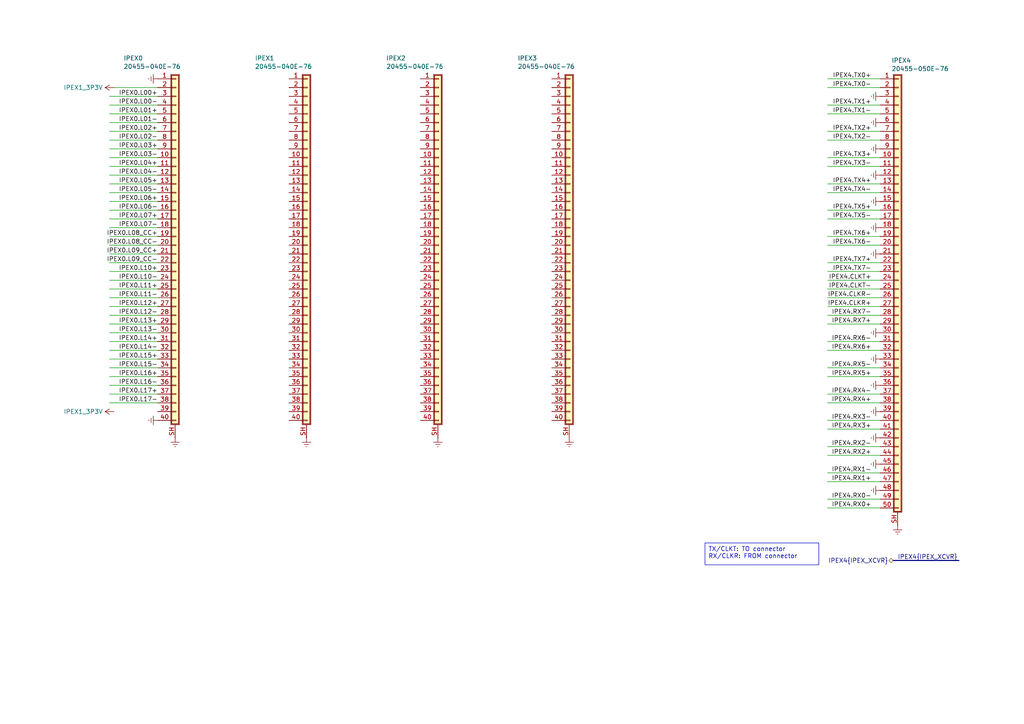
<source format=kicad_sch>
(kicad_sch (version 20231120) (generator "eeschema") (generator_version "8.0")
  (paper "A4")
  (lib_symbols
    (symbol "Connector_Generic_Shielded:Conn_01x40_Shielded" (pin_names (offset 1.016) hide)
      (property "Reference" "J" (at 0.254 50.546 0))
      (property "Value" "Conn_01x40_Shielded" (at 1.016 -53.086 0))
      (symbol "Conn_01x40_Shielded_1_1"
        (rectangle (start -1.27 49.53) (end 1.27 -52.07) (stroke (width 0.1524)))
        (rectangle (start -1.016 -50.673) (end 0.254 -50.927) (stroke (width 0.1524)))
        (rectangle (start -1.016 -48.133) (end 0.254 -48.387) (stroke (width 0.1524)))
        (rectangle (start -1.016 -45.593) (end 0.254 -45.847) (stroke (width 0.1524)))
        (rectangle (start -1.016 -43.053) (end 0.254 -43.307) (stroke (width 0.1524)))
        (rectangle (start -1.016 -40.513) (end 0.254 -40.767) (stroke (width 0.1524)))
        (rectangle (start -1.016 -37.973) (end 0.254 -38.227) (stroke (width 0.1524)))
        (rectangle (start -1.016 -35.433) (end 0.254 -35.687) (stroke (width 0.1524)))
        (rectangle (start -1.016 -32.893) (end 0.254 -33.147) (stroke (width 0.1524)))
        (rectangle (start -1.016 -30.353) (end 0.254 -30.607) (stroke (width 0.1524)))
        (rectangle (start -1.016 -27.813) (end 0.254 -28.067) (stroke (width 0.1524)))
        (rectangle (start -1.016 -25.273) (end 0.254 -25.527) (stroke (width 0.1524)))
        (rectangle (start -1.016 -22.733) (end 0.254 -22.987) (stroke (width 0.1524)))
        (rectangle (start -1.016 -20.193) (end 0.254 -20.447) (stroke (width 0.1524)))
        (rectangle (start -1.016 -17.653) (end 0.254 -17.907) (stroke (width 0.1524)))
        (rectangle (start -1.016 -15.113) (end 0.254 -15.367) (stroke (width 0.1524)))
        (rectangle (start -1.016 -12.573) (end 0.254 -12.827) (stroke (width 0.1524)))
        (rectangle (start -1.016 -10.033) (end 0.254 -10.287) (stroke (width 0.1524)))
        (rectangle (start -1.016 -7.493) (end 0.254 -7.747) (stroke (width 0.1524)))
        (rectangle (start -1.016 -4.953) (end 0.254 -5.207) (stroke (width 0.1524)))
        (rectangle (start -1.016 -2.413) (end 0.254 -2.667) (stroke (width 0.1524)))
        (rectangle (start -1.016 0.127) (end 0.254 -0.127) (stroke (width 0.1524)))
        (rectangle (start -1.016 2.667) (end 0.254 2.413) (stroke (width 0.1524)))
        (rectangle (start -1.016 5.207) (end 0.254 4.953) (stroke (width 0.1524)))
        (rectangle (start -1.016 7.747) (end 0.254 7.493) (stroke (width 0.1524)))
        (rectangle (start -1.016 10.287) (end 0.254 10.033) (stroke (width 0.1524)))
        (rectangle (start -1.016 12.827) (end 0.254 12.573) (stroke (width 0.1524)))
        (rectangle (start -1.016 15.367) (end 0.254 15.113) (stroke (width 0.1524)))
        (rectangle (start -1.016 17.907) (end 0.254 17.653) (stroke (width 0.1524)))
        (rectangle (start -1.016 20.447) (end 0.254 20.193) (stroke (width 0.1524)))
        (rectangle (start -1.016 22.987) (end 0.254 22.733) (stroke (width 0.1524)))
        (rectangle (start -1.016 25.527) (end 0.254 25.273) (stroke (width 0.1524)))
        (rectangle (start -1.016 28.067) (end 0.254 27.813) (stroke (width 0.1524)))
        (rectangle (start -1.016 30.607) (end 0.254 30.353) (stroke (width 0.1524)))
        (rectangle (start -1.016 33.147) (end 0.254 32.893) (stroke (width 0.1524)))
        (rectangle (start -1.016 35.687) (end 0.254 35.433) (stroke (width 0.1524)))
        (rectangle (start -1.016 38.227) (end 0.254 37.973) (stroke (width 0.1524)))
        (rectangle (start -1.016 40.767) (end 0.254 40.513) (stroke (width 0.1524)))
        (rectangle (start -1.016 43.307) (end 0.254 43.053) (stroke (width 0.1524)))
        (rectangle (start -1.016 45.847) (end 0.254 45.593) (stroke (width 0.1524)))
        (rectangle (start -1.016 48.387) (end 0.254 48.133) (stroke (width 0.1524)))
        (rectangle (start -1.016 49.276) (end 1.016 -51.816) (stroke (width 0.254)) (fill (type background)))
        (pin passive line (at -5.08 48.26 0) (length 4.064) (name "Pin_1") (number "1"))
        (pin passive line (at -5.08 25.4 0) (length 4.064) (name "Pin_10") (number "10"))
        (pin passive line (at -5.08 22.86 0) (length 4.064) (name "Pin_11") (number "11"))
        (pin passive line (at -5.08 20.32 0) (length 4.064) (name "Pin_12") (number "12"))
        (pin passive line (at -5.08 17.78 0) (length 4.064) (name "Pin_13") (number "13"))
        (pin passive line (at -5.08 15.24 0) (length 4.064) (name "Pin_14") (number "14"))
        (pin passive line (at -5.08 12.7 0) (length 4.064) (name "Pin_15") (number "15"))
        (pin passive line (at -5.08 10.16 0) (length 4.064) (name "Pin_16") (number "16"))
        (pin passive line (at -5.08 7.62 0) (length 4.064) (name "Pin_17") (number "17"))
        (pin passive line (at -5.08 5.08 0) (length 4.064) (name "Pin_18") (number "18"))
        (pin passive line (at -5.08 2.54 0) (length 4.064) (name "Pin_19") (number "19"))
        (pin passive line (at -5.08 45.72 0) (length 4.064) (name "Pin_2") (number "2"))
        (pin passive line (at -5.08 0 0) (length 4.064) (name "Pin_20") (number "20"))
        (pin passive line (at -5.08 -2.54 0) (length 4.064) (name "Pin_21") (number "21"))
        (pin passive line (at -5.08 -5.08 0) (length 4.064) (name "Pin_22") (number "22"))
        (pin passive line (at -5.08 -7.62 0) (length 4.064) (name "Pin_23") (number "23"))
        (pin passive line (at -5.08 -10.16 0) (length 4.064) (name "Pin_24") (number "24"))
        (pin passive line (at -5.08 -12.7 0) (length 4.064) (name "Pin_25") (number "25"))
        (pin passive line (at -5.08 -15.24 0) (length 4.064) (name "Pin_26") (number "26"))
        (pin passive line (at -5.08 -17.78 0) (length 4.064) (name "Pin_27") (number "27"))
        (pin passive line (at -5.08 -20.32 0) (length 4.064) (name "Pin_28") (number "28"))
        (pin passive line (at -5.08 -22.86 0) (length 4.064) (name "Pin_29") (number "29"))
        (pin passive line (at -5.08 43.18 0) (length 4.064) (name "Pin_3") (number "3"))
        (pin passive line (at -5.08 -25.4 0) (length 4.064) (name "Pin_30") (number "30"))
        (pin passive line (at -5.08 -27.94 0) (length 4.064) (name "Pin_31") (number "31"))
        (pin passive line (at -5.08 -30.48 0) (length 4.064) (name "Pin_32") (number "32"))
        (pin passive line (at -5.08 -33.02 0) (length 4.064) (name "Pin_33") (number "33"))
        (pin passive line (at -5.08 -35.56 0) (length 4.064) (name "Pin_34") (number "34"))
        (pin passive line (at -5.08 -38.1 0) (length 4.064) (name "Pin_35") (number "35"))
        (pin passive line (at -5.08 -40.64 0) (length 4.064) (name "Pin_36") (number "36"))
        (pin passive line (at -5.08 -43.18 0) (length 4.064) (name "Pin_37") (number "37"))
        (pin passive line (at -5.08 -45.72 0) (length 4.064) (name "Pin_38") (number "38"))
        (pin passive line (at -5.08 -48.26 0) (length 4.064) (name "Pin_39") (number "39"))
        (pin passive line (at -5.08 40.64 0) (length 4.064) (name "Pin_4") (number "4"))
        (pin passive line (at -5.08 -50.8 0) (length 4.064) (name "Pin_40") (number "40"))
        (pin passive line (at -5.08 38.1 0) (length 4.064) (name "Pin_5") (number "5"))
        (pin passive line (at -5.08 35.56 0) (length 4.064) (name "Pin_6") (number "6"))
        (pin passive line (at -5.08 33.02 0) (length 4.064) (name "Pin_7") (number "7"))
        (pin passive line (at -5.08 30.48 0) (length 4.064) (name "Pin_8") (number "8"))
        (pin passive line (at -5.08 27.94 0) (length 4.064) (name "Pin_9") (number "9"))
        (pin passive line (at 0 -55.88 90) (length 3.81) (name "Shield") (number "SH"))
      )
    )
    (symbol "Connector_Generic_Shielded:Conn_01x50_Shielded" (pin_names (offset 1.016) hide)
      (property "Reference" "J" (at 0.254 63.246 0))
      (property "Value" "Conn_01x50_Shielded" (at 1.016 -65.786 0))
      (symbol "Conn_01x50_Shielded_1_1"
        (rectangle (start -1.27 62.23) (end 1.27 -64.77) (stroke (width 0.1524)))
        (rectangle (start -1.016 -63.373) (end 0.254 -63.627) (stroke (width 0.1524)))
        (rectangle (start -1.016 -60.833) (end 0.254 -61.087) (stroke (width 0.1524)))
        (rectangle (start -1.016 -58.293) (end 0.254 -58.547) (stroke (width 0.1524)))
        (rectangle (start -1.016 -55.753) (end 0.254 -56.007) (stroke (width 0.1524)))
        (rectangle (start -1.016 -53.213) (end 0.254 -53.467) (stroke (width 0.1524)))
        (rectangle (start -1.016 -50.673) (end 0.254 -50.927) (stroke (width 0.1524)))
        (rectangle (start -1.016 -48.133) (end 0.254 -48.387) (stroke (width 0.1524)))
        (rectangle (start -1.016 -45.593) (end 0.254 -45.847) (stroke (width 0.1524)))
        (rectangle (start -1.016 -43.053) (end 0.254 -43.307) (stroke (width 0.1524)))
        (rectangle (start -1.016 -40.513) (end 0.254 -40.767) (stroke (width 0.1524)))
        (rectangle (start -1.016 -37.973) (end 0.254 -38.227) (stroke (width 0.1524)))
        (rectangle (start -1.016 -35.433) (end 0.254 -35.687) (stroke (width 0.1524)))
        (rectangle (start -1.016 -32.893) (end 0.254 -33.147) (stroke (width 0.1524)))
        (rectangle (start -1.016 -30.353) (end 0.254 -30.607) (stroke (width 0.1524)))
        (rectangle (start -1.016 -27.813) (end 0.254 -28.067) (stroke (width 0.1524)))
        (rectangle (start -1.016 -25.273) (end 0.254 -25.527) (stroke (width 0.1524)))
        (rectangle (start -1.016 -22.733) (end 0.254 -22.987) (stroke (width 0.1524)))
        (rectangle (start -1.016 -20.193) (end 0.254 -20.447) (stroke (width 0.1524)))
        (rectangle (start -1.016 -17.653) (end 0.254 -17.907) (stroke (width 0.1524)))
        (rectangle (start -1.016 -15.113) (end 0.254 -15.367) (stroke (width 0.1524)))
        (rectangle (start -1.016 -12.573) (end 0.254 -12.827) (stroke (width 0.1524)))
        (rectangle (start -1.016 -10.033) (end 0.254 -10.287) (stroke (width 0.1524)))
        (rectangle (start -1.016 -7.493) (end 0.254 -7.747) (stroke (width 0.1524)))
        (rectangle (start -1.016 -4.953) (end 0.254 -5.207) (stroke (width 0.1524)))
        (rectangle (start -1.016 -2.413) (end 0.254 -2.667) (stroke (width 0.1524)))
        (rectangle (start -1.016 0.127) (end 0.254 -0.127) (stroke (width 0.1524)))
        (rectangle (start -1.016 2.667) (end 0.254 2.413) (stroke (width 0.1524)))
        (rectangle (start -1.016 5.207) (end 0.254 4.953) (stroke (width 0.1524)))
        (rectangle (start -1.016 7.747) (end 0.254 7.493) (stroke (width 0.1524)))
        (rectangle (start -1.016 10.287) (end 0.254 10.033) (stroke (width 0.1524)))
        (rectangle (start -1.016 12.827) (end 0.254 12.573) (stroke (width 0.1524)))
        (rectangle (start -1.016 15.367) (end 0.254 15.113) (stroke (width 0.1524)))
        (rectangle (start -1.016 17.907) (end 0.254 17.653) (stroke (width 0.1524)))
        (rectangle (start -1.016 20.447) (end 0.254 20.193) (stroke (width 0.1524)))
        (rectangle (start -1.016 22.987) (end 0.254 22.733) (stroke (width 0.1524)))
        (rectangle (start -1.016 25.527) (end 0.254 25.273) (stroke (width 0.1524)))
        (rectangle (start -1.016 28.067) (end 0.254 27.813) (stroke (width 0.1524)))
        (rectangle (start -1.016 30.607) (end 0.254 30.353) (stroke (width 0.1524)))
        (rectangle (start -1.016 33.147) (end 0.254 32.893) (stroke (width 0.1524)))
        (rectangle (start -1.016 35.687) (end 0.254 35.433) (stroke (width 0.1524)))
        (rectangle (start -1.016 38.227) (end 0.254 37.973) (stroke (width 0.1524)))
        (rectangle (start -1.016 40.767) (end 0.254 40.513) (stroke (width 0.1524)))
        (rectangle (start -1.016 43.307) (end 0.254 43.053) (stroke (width 0.1524)))
        (rectangle (start -1.016 45.847) (end 0.254 45.593) (stroke (width 0.1524)))
        (rectangle (start -1.016 48.387) (end 0.254 48.133) (stroke (width 0.1524)))
        (rectangle (start -1.016 50.927) (end 0.254 50.673) (stroke (width 0.1524)))
        (rectangle (start -1.016 53.467) (end 0.254 53.213) (stroke (width 0.1524)))
        (rectangle (start -1.016 56.007) (end 0.254 55.753) (stroke (width 0.1524)))
        (rectangle (start -1.016 58.547) (end 0.254 58.293) (stroke (width 0.1524)))
        (rectangle (start -1.016 61.087) (end 0.254 60.833) (stroke (width 0.1524)))
        (rectangle (start -1.016 61.976) (end 1.016 -64.516) (stroke (width 0.254)) (fill (type background)))
        (pin passive line (at -5.08 60.96 0) (length 4.064) (name "Pin_1") (number "1"))
        (pin passive line (at -5.08 38.1 0) (length 4.064) (name "Pin_10") (number "10"))
        (pin passive line (at -5.08 35.56 0) (length 4.064) (name "Pin_11") (number "11"))
        (pin passive line (at -5.08 33.02 0) (length 4.064) (name "Pin_12") (number "12"))
        (pin passive line (at -5.08 30.48 0) (length 4.064) (name "Pin_13") (number "13"))
        (pin passive line (at -5.08 27.94 0) (length 4.064) (name "Pin_14") (number "14"))
        (pin passive line (at -5.08 25.4 0) (length 4.064) (name "Pin_15") (number "15"))
        (pin passive line (at -5.08 22.86 0) (length 4.064) (name "Pin_16") (number "16"))
        (pin passive line (at -5.08 20.32 0) (length 4.064) (name "Pin_17") (number "17"))
        (pin passive line (at -5.08 17.78 0) (length 4.064) (name "Pin_18") (number "18"))
        (pin passive line (at -5.08 15.24 0) (length 4.064) (name "Pin_19") (number "19"))
        (pin passive line (at -5.08 58.42 0) (length 4.064) (name "Pin_2") (number "2"))
        (pin passive line (at -5.08 12.7 0) (length 4.064) (name "Pin_20") (number "20"))
        (pin passive line (at -5.08 10.16 0) (length 4.064) (name "Pin_21") (number "21"))
        (pin passive line (at -5.08 7.62 0) (length 4.064) (name "Pin_22") (number "22"))
        (pin passive line (at -5.08 5.08 0) (length 4.064) (name "Pin_23") (number "23"))
        (pin passive line (at -5.08 2.54 0) (length 4.064) (name "Pin_24") (number "24"))
        (pin passive line (at -5.08 0 0) (length 4.064) (name "Pin_25") (number "25"))
        (pin passive line (at -5.08 -2.54 0) (length 4.064) (name "Pin_26") (number "26"))
        (pin passive line (at -5.08 -5.08 0) (length 4.064) (name "Pin_27") (number "27"))
        (pin passive line (at -5.08 -7.62 0) (length 4.064) (name "Pin_28") (number "28"))
        (pin passive line (at -5.08 -10.16 0) (length 4.064) (name "Pin_29") (number "29"))
        (pin passive line (at -5.08 55.88 0) (length 4.064) (name "Pin_3") (number "3"))
        (pin passive line (at -5.08 -12.7 0) (length 4.064) (name "Pin_30") (number "30"))
        (pin passive line (at -5.08 -15.24 0) (length 4.064) (name "Pin_31") (number "31"))
        (pin passive line (at -5.08 -17.78 0) (length 4.064) (name "Pin_32") (number "32"))
        (pin passive line (at -5.08 -20.32 0) (length 4.064) (name "Pin_33") (number "33"))
        (pin passive line (at -5.08 -22.86 0) (length 4.064) (name "Pin_34") (number "34"))
        (pin passive line (at -5.08 -25.4 0) (length 4.064) (name "Pin_35") (number "35"))
        (pin passive line (at -5.08 -27.94 0) (length 4.064) (name "Pin_36") (number "36"))
        (pin passive line (at -5.08 -30.48 0) (length 4.064) (name "Pin_37") (number "37"))
        (pin passive line (at -5.08 -33.02 0) (length 4.064) (name "Pin_38") (number "38"))
        (pin passive line (at -5.08 -35.56 0) (length 4.064) (name "Pin_39") (number "39"))
        (pin passive line (at -5.08 53.34 0) (length 4.064) (name "Pin_4") (number "4"))
        (pin passive line (at -5.08 -38.1 0) (length 4.064) (name "Pin_40") (number "40"))
        (pin passive line (at -5.08 -40.64 0) (length 4.064) (name "Pin_41") (number "41"))
        (pin passive line (at -5.08 -43.18 0) (length 4.064) (name "Pin_42") (number "42"))
        (pin passive line (at -5.08 -45.72 0) (length 4.064) (name "Pin_43") (number "43"))
        (pin passive line (at -5.08 -48.26 0) (length 4.064) (name "Pin_44") (number "44"))
        (pin passive line (at -5.08 -50.8 0) (length 4.064) (name "Pin_45") (number "45"))
        (pin passive line (at -5.08 -53.34 0) (length 4.064) (name "Pin_46") (number "46"))
        (pin passive line (at -5.08 -55.88 0) (length 4.064) (name "Pin_47") (number "47"))
        (pin passive line (at -5.08 -58.42 0) (length 4.064) (name "Pin_48") (number "48"))
        (pin passive line (at -5.08 -60.96 0) (length 4.064) (name "Pin_49") (number "49"))
        (pin passive line (at -5.08 50.8 0) (length 4.064) (name "Pin_5") (number "5"))
        (pin passive line (at -5.08 -63.5 0) (length 4.064) (name "Pin_50") (number "50"))
        (pin passive line (at -5.08 48.26 0) (length 4.064) (name "Pin_6") (number "6"))
        (pin passive line (at -5.08 45.72 0) (length 4.064) (name "Pin_7") (number "7"))
        (pin passive line (at -5.08 43.18 0) (length 4.064) (name "Pin_8") (number "8"))
        (pin passive line (at -5.08 40.64 0) (length 4.064) (name "Pin_9") (number "9"))
        (pin passive line (at 0 -68.58 90) (length 3.81) (name "Shield") (number "SH"))
      )
    )
    (symbol "power:+12V" (power) (pin_numbers hide) (pin_names (offset 0) hide)
      (property "Value" "+12V" (at 0 3.556 0))
      (symbol "+12V_0_1"
        (polyline (pts (xy -0.762 1.27) (xy 0 2.54)))
        (polyline (pts (xy 0 0) (xy 0 2.54)))
        (polyline (pts (xy 0 2.54) (xy 0.762 1.27)))
      )
      (symbol "+12V_1_1"
        (pin power_in line (at 0 0 90) (length 0) (name "~") (number "1"))
      )
    )
    (symbol "power:Earth" (power) (pin_numbers hide) (pin_names (offset 0) hide)
      (property "Value" "Earth" (at 0 -3.81 0))
      (symbol "Earth_0_1"
        (polyline (pts (xy -0.635 -1.905) (xy 0.635 -1.905)))
        (polyline (pts (xy -0.127 -2.54) (xy 0.127 -2.54)))
        (polyline (pts (xy 0 -1.27) (xy 0 0)))
        (polyline (pts (xy 1.27 -1.27) (xy -1.27 -1.27)))
      )
      (symbol "Earth_1_1"
        (pin power_in line (at 0 0 270) (length 0) (name "~") (number "1"))
      )
    )
  )
  (wire (pts (xy 240.03 116.84) (xy 255.27 116.84)))
  (wire (pts (xy 240.03 129.54) (xy 255.27 129.54)))
  (wire (pts (xy 240.03 38.1) (xy 255.27 38.1)))
  (wire (pts (xy 31.75 88.9) (xy 45.72 88.9)))
  (wire (pts (xy 31.75 60.96) (xy 45.72 60.96)))
  (wire (pts (xy 31.75 40.64) (xy 45.72 40.64)))
  (wire (pts (xy 31.75 91.44) (xy 45.72 91.44)))
  (wire (pts (xy 31.75 30.48) (xy 45.72 30.48)))
  (wire (pts (xy 240.03 68.58) (xy 255.27 68.58)))
  (wire (pts (xy 240.03 63.5) (xy 255.27 63.5)))
  (wire (pts (xy 31.75 73.66) (xy 45.72 73.66)))
  (wire (pts (xy 240.03 109.22) (xy 255.27 109.22)))
  (wire (pts (xy 31.75 78.74) (xy 45.72 78.74)))
  (wire (pts (xy 31.75 81.28) (xy 45.72 81.28)))
  (wire (pts (xy 240.03 86.36) (xy 255.27 86.36)))
  (wire (pts (xy 31.75 45.72) (xy 45.72 45.72)))
  (wire (pts (xy 31.75 50.8) (xy 45.72 50.8)))
  (wire (pts (xy 31.75 27.94) (xy 45.72 27.94)))
  (wire (pts (xy 240.03 60.96) (xy 255.27 60.96)))
  (wire (pts (xy 240.03 53.34) (xy 255.27 53.34)))
  (wire (pts (xy 31.75 114.3) (xy 45.72 114.3)))
  (wire (pts (xy 31.75 116.84) (xy 45.72 116.84)))
  (wire (pts (xy 31.75 53.34) (xy 45.72 53.34)))
  (wire (pts (xy 240.03 40.64) (xy 255.27 40.64)))
  (wire (pts (xy 240.03 139.7) (xy 255.27 139.7)))
  (wire (pts (xy 240.03 55.88) (xy 255.27 55.88)))
  (wire (pts (xy 31.75 35.56) (xy 45.72 35.56)))
  (wire (pts (xy 240.03 101.6) (xy 255.27 101.6)))
  (wire (pts (xy 31.75 38.1) (xy 45.72 38.1)))
  (wire (pts (xy 240.03 88.9) (xy 255.27 88.9)))
  (wire (pts (xy 31.75 48.26) (xy 45.72 48.26)))
  (wire (pts (xy 31.75 111.76) (xy 45.72 111.76)))
  (wire (pts (xy 240.03 124.46) (xy 255.27 124.46)))
  (wire (pts (xy 240.03 114.3) (xy 255.27 114.3)))
  (wire (pts (xy 31.75 83.82) (xy 45.72 83.82)))
  (wire (pts (xy 31.75 76.2) (xy 45.72 76.2)))
  (wire (pts (xy 240.03 48.26) (xy 255.27 48.26)))
  (wire (pts (xy 240.03 30.48) (xy 255.27 30.48)))
  (wire (pts (xy 240.03 121.92) (xy 255.27 121.92)))
  (wire (pts (xy 240.03 147.32) (xy 255.27 147.32)))
  (wire (pts (xy 31.75 43.18) (xy 45.72 43.18)))
  (wire (pts (xy 31.75 68.58) (xy 45.72 68.58)))
  (wire (pts (xy 240.03 99.06) (xy 255.27 99.06)))
  (wire (pts (xy 240.03 33.02) (xy 255.27 33.02)))
  (wire (pts (xy 240.03 76.2) (xy 255.27 76.2)))
  (wire (pts (xy 31.75 106.68) (xy 45.72 106.68)))
  (wire (pts (xy 31.75 101.6) (xy 45.72 101.6)))
  (wire (pts (xy 31.75 96.52) (xy 45.72 96.52)))
  (wire (pts (xy 31.75 109.22) (xy 45.72 109.22)))
  (wire (pts (xy 240.03 144.78) (xy 255.27 144.78)))
  (wire (pts (xy 31.75 99.06) (xy 45.72 99.06)))
  (wire (pts (xy 240.03 78.74) (xy 255.27 78.74)))
  (wire (pts (xy 31.75 33.02) (xy 45.72 33.02)))
  (wire (pts (xy 240.03 106.68) (xy 255.27 106.68)))
  (wire (pts (xy 240.03 45.72) (xy 255.27 45.72)))
  (wire (pts (xy 31.75 104.14) (xy 45.72 104.14)))
  (wire (pts (xy 240.03 83.82) (xy 255.27 83.82)))
  (wire (pts (xy 31.75 58.42) (xy 45.72 58.42)))
  (wire (pts (xy 31.75 55.88) (xy 45.72 55.88)))
  (wire (pts (xy 31.75 86.36) (xy 45.72 86.36)))
  (wire (pts (xy 240.03 71.12) (xy 255.27 71.12)))
  (wire (pts (xy 240.03 132.08) (xy 255.27 132.08)))
  (wire (pts (xy 240.03 137.16) (xy 255.27 137.16)))
  (bus (pts (xy 259.08 162.56) (xy 278.13 162.56)))
  (wire (pts (xy 31.75 63.5) (xy 45.72 63.5)))
  (wire (pts (xy 31.75 66.04) (xy 45.72 66.04)))
  (wire (pts (xy 240.03 93.98) (xy 255.27 93.98)))
  (wire (pts (xy 240.03 81.28) (xy 255.27 81.28)))
  (wire (pts (xy 240.03 22.86) (xy 255.27 22.86)))
  (wire (pts (xy 31.75 71.12) (xy 45.72 71.12)))
  (wire (pts (xy 240.03 91.44) (xy 255.27 91.44)))
  (wire (pts (xy 31.75 93.98) (xy 45.72 93.98)))
  (wire (pts (xy 33.02 25.4) (xy 45.72 25.4)))
  (wire (pts (xy 240.03 25.4) (xy 255.27 25.4)))
  (text_box "TX/CLKT: TO connector\nRX/CLKR: FROM connector" (at 204.47 157.48 0) (size 33.02 6.35) (effects (font (size 1.27 1.27)) (justify left top)))
  (label "IPEX0.L14+" (at 45.72 99.06 180))
  (label "IPEX4.RX0+" (at 252.73 147.32 180))
  (label "IPEX0.L00-" (at 45.72 30.48 180))
  (label "IPEX0.L11-" (at 45.72 86.36 180))
  (label "IPEX4.TX3-" (at 252.73 48.26 180))
  (label "IPEX0.L01-" (at 45.72 35.56 180))
  (label "IPEX0.L10-" (at 45.72 81.28 180))
  (label "IPEX4.RX2-" (at 252.73 129.54 180))
  (label "IPEX0.L06-" (at 45.72 60.96 180))
  (label "IPEX4.TX4-" (at 252.73 55.88 180))
  (label "IPEX4.CLKR+" (at 252.73 88.9 180))
  (label "IPEX0.L16-" (at 45.72 111.76 180))
  (label "IPEX0.L15-" (at 45.72 106.68 180))
  (label "IPEX0.L12+" (at 45.72 88.9 180))
  (label "IPEX0.L00+" (at 45.72 27.94 180))
  (label "IPEX4.TX1-" (at 252.73 33.02 180))
  (label "IPEX4.RX6-" (at 252.73 99.06 180))
  (label "IPEX4.RX3+" (at 252.73 124.46 180))
  (label "IPEX4.RX3-" (at 252.73 121.92 180))
  (label "IPEX4.RX5+" (at 252.73 109.22 180))
  (label "IPEX0.L16+" (at 45.72 109.22 180))
  (label "IPEX4.TX0+" (at 252.73 22.86 180))
  (label "IPEX0.L07-" (at 45.72 66.04 180))
  (label "IPEX0.L12-" (at 45.72 91.44 180))
  (label "IPEX0.L02-" (at 45.72 40.64 180))
  (label "IPEX0.L05+" (at 45.72 53.34 180))
  (label "IPEX4.TX2+" (at 252.73 38.1 180))
  (label "IPEX4{IPEX_XCVR}" (at 260.35 162.56 0))
  (label "IPEX0.L03+" (at 45.72 43.18 180))
  (label "IPEX0.L17+" (at 45.72 114.3 180))
  (label "IPEX0.L14-" (at 45.72 101.6 180))
  (label "IPEX0.L13-" (at 45.72 96.52 180))
  (label "IPEX0.L04+" (at 45.72 48.26 180))
  (label "IPEX0.L06+" (at 45.72 58.42 180))
  (label "IPEX4.CLKT+" (at 252.73 81.28 180))
  (label "IPEX4.RX7-" (at 252.73 91.44 180))
  (label "IPEX0.L15+" (at 45.72 104.14 180))
  (label "IPEX0.L01+" (at 45.72 33.02 180))
  (label "IPEX0.L03-" (at 45.72 45.72 180))
  (label "IPEX4.RX1+" (at 252.73 139.7 180))
  (label "IPEX0.L10+" (at 45.72 78.74 180))
  (label "IPEX4.TX6-" (at 252.73 71.12 180))
  (label "IPEX4.TX7+" (at 252.73 76.2 180))
  (label "IPEX4.TX6+" (at 252.73 68.58 180))
  (label "IPEX4.TX1+" (at 252.73 30.48 180))
  (label "IPEX4.TX5-" (at 252.73 63.5 180))
  (label "IPEX4.RX5-" (at 252.73 106.68 180))
  (label "IPEX4.RX1-" (at 252.73 137.16 180))
  (label "IPEX0.L17-" (at 45.72 116.84 180))
  (label "IPEX4.RX7+" (at 252.73 93.98 180))
  (label "IPEX0.L09_CC-" (at 45.72 76.2 180))
  (label "IPEX0.L09_CC+" (at 45.72 73.66 180))
  (label "IPEX0.L08_CC-" (at 45.72 71.12 180))
  (label "IPEX0.L07+" (at 45.72 63.5 180))
  (label "IPEX0.L13+" (at 45.72 93.98 180))
  (label "IPEX4.TX4+" (at 252.73 53.34 180))
  (label "IPEX0.L08_CC+" (at 45.72 68.58 180))
  (label "IPEX0.L04-" (at 45.72 50.8 180))
  (label "IPEX4.RX4-" (at 252.73 114.3 180))
  (label "IPEX4.RX0-" (at 252.73 144.78 180))
  (label "IPEX4.TX5+" (at 252.73 60.96 180))
  (label "IPEX0.L05-" (at 45.72 55.88 180))
  (label "IPEX4.RX2+" (at 252.73 132.08 180))
  (label "IPEX4.TX7-" (at 252.73 78.74 180))
  (label "IPEX0.L11+" (at 45.72 83.82 180))
  (label "IPEX4.RX6+" (at 252.73 101.6 180))
  (label "IPEX0.L02+" (at 45.72 38.1 180))
  (label "IPEX4.TX0-" (at 252.73 25.4 180))
  (label "IPEX4.RX4+" (at 252.73 116.84 180))
  (label "IPEX4.TX2-" (at 252.73 40.64 180))
  (label "IPEX4.TX3+" (at 252.73 45.72 180))
  (label "IPEX4.CLKR-" (at 252.73 86.36 180))
  (label "IPEX4.CLKT-" (at 252.73 83.82 180))
  (hierarchical_label "IPEX4{IPEX_XCVR}" (shape bidirectional) (at 259.08 162.56 180))
  (symbol (lib_id "power:Earth") (at 255.27 27.94 270) (mirror x) (unit 1)
    (property "Reference" "#PWR0497" (effects (hide yes)))
    (property "Value" "Earth" (effects (hide yes)))
    (property "Description" "Power symbol creates a global label with name \"Earth\"" (effects (hide yes)))
  )
  (symbol (lib_id "power:+12V") (at 33.02 119.38 90) (unit 1)
    (property "Reference" "#PWR0481" (effects (hide yes)))
    (property "Value" "IPEX1_3P3V" (at 29.8451 119.38 90) (effects (justify left)))
    (property "Description" "Power symbol creates a global label with name \"+12V\"" (effects (hide yes)))
  )
  (symbol (lib_id "Connector_Generic_Shielded:Conn_01x40_Shielded") (at 88.9 71.12 0) (unit 1)
    (property "Reference" "IPEX1" (at 73.914 16.8797 0) (effects (justify left)))
    (property "Value" "20455-040E-76" (at 73.914 19.304 0) (effects (justify left)))
    (property "Footprint" "CHIPSAlliance_Connector:I-PEX_20455-040E-76" (effects (hide yes)))
    (property "Datasheet" "https://www.i-pex.com/sites/default/files/downloads/pdf/2D_CABLINE-VS_RECEPTACLE_20455C31.pdf" (effects (hide yes)))
    (property "Description" "VESA standard connector, Suitable for high-data-rate transfer (20 Gbps/lane), Mechanical locking bar, 0.5 mm pitch, Horizontal mating type micro-coaxial connector " (effects (hide yes)))
  )
  (symbol (lib_id "power:Earth") (at 255.27 66.04 270) (mirror x) (unit 1)
    (property "Reference" "#PWR0492" (effects (hide yes)))
    (property "Value" "Earth" (effects (hide yes)))
    (property "Description" "Power symbol creates a global label with name \"Earth\"" (effects (hide yes)))
  )
  (symbol (lib_id "power:Earth") (at 255.27 127 270) (mirror x) (unit 1)
    (property "Reference" "#PWR0484" (effects (hide yes)))
    (property "Value" "Earth" (effects (hide yes)))
    (property "Description" "Power symbol creates a global label with name \"Earth\"" (effects (hide yes)))
  )
  (symbol (lib_id "power:Earth") (at 255.27 111.76 270) (mirror x) (unit 1)
    (property "Reference" "#PWR0486" (effects (hide yes)))
    (property "Value" "Earth" (effects (hide yes)))
    (property "Description" "Power symbol creates a global label with name \"Earth\"" (effects (hide yes)))
  )
  (symbol (lib_id "power:Earth") (at 255.27 50.8 270) (mirror x) (unit 1)
    (property "Reference" "#PWR0494" (effects (hide yes)))
    (property "Value" "Earth" (effects (hide yes)))
    (property "Description" "Power symbol creates a global label with name \"Earth\"" (effects (hide yes)))
  )
  (symbol (lib_id "Connector_Generic_Shielded:Conn_01x50_Shielded") (at 260.35 83.82 0) (unit 1)
    (property "Reference" "IPEX4" (at 258.572 17.526 0) (effects (justify left)))
    (property "Value" "20455-050E-76" (at 258.572 19.9503 0) (effects (justify left)))
    (property "Footprint" "CHIPSAlliance_Connector:I-PEX_20455-050E-76" (effects (hide yes)))
    (property "Datasheet" "https://www.i-pex.com/sites/default/files/downloads/pdf/2D_CABLINE-VS_RECEPTACLE_20455C31.pdf" (effects (hide yes)))
    (property "Description" "VESA standard connector, Suitable for high-data-rate transfer (20 Gbps/lane), Mechanical locking bar, 0.5 mm pitch, Horizontal mating type micro-coaxial connector " (effects (hide yes)))
  )
  (symbol (lib_id "Connector_Generic_Shielded:Conn_01x40_Shielded") (at 165.1 71.12 0) (unit 1)
    (property "Reference" "IPEX3" (at 150.114 16.8797 0) (effects (justify left)))
    (property "Value" "20455-040E-76" (at 150.114 19.304 0) (effects (justify left)))
    (property "Footprint" "CHIPSAlliance_Connector:I-PEX_20455-040E-76" (effects (hide yes)))
    (property "Datasheet" "https://www.i-pex.com/sites/default/files/downloads/pdf/2D_CABLINE-VS_RECEPTACLE_20455C31.pdf" (effects (hide yes)))
    (property "Description" "VESA standard connector, Suitable for high-data-rate transfer (20 Gbps/lane), Mechanical locking bar, 0.5 mm pitch, Horizontal mating type micro-coaxial connector " (effects (hide yes)))
  )
  (symbol (lib_id "power:Earth") (at 50.8 127 0) (mirror y) (unit 1)
    (property "Reference" "#PWR0162" (effects (hide yes)))
    (property "Value" "Earth" (effects (hide yes)))
    (property "Description" "Power symbol creates a global label with name \"Earth\"" (effects (hide yes)))
  )
  (symbol (lib_id "power:Earth") (at 260.35 152.4 0) (mirror y) (unit 1)
    (property "Reference" "#PWR0476" (effects (hide yes)))
    (property "Value" "Earth" (effects (hide yes)))
    (property "Description" "Power symbol creates a global label with name \"Earth\"" (effects (hide yes)))
  )
  (symbol (lib_id "Connector_Generic_Shielded:Conn_01x40_Shielded") (at 127 71.12 0) (unit 1)
    (property "Reference" "IPEX2" (at 112.014 16.8797 0) (effects (justify left)))
    (property "Value" "20455-040E-76" (at 112.014 19.304 0) (effects (justify left)))
    (property "Footprint" "CHIPSAlliance_Connector:I-PEX_20455-040E-76" (effects (hide yes)))
    (property "Datasheet" "https://www.i-pex.com/sites/default/files/downloads/pdf/2D_CABLINE-VS_RECEPTACLE_20455C31.pdf" (effects (hide yes)))
    (property "Description" "VESA standard connector, Suitable for high-data-rate transfer (20 Gbps/lane), Mechanical locking bar, 0.5 mm pitch, Horizontal mating type micro-coaxial connector " (effects (hide yes)))
  )
  (symbol (lib_id "power:Earth") (at 255.27 96.52 270) (mirror x) (unit 1)
    (property "Reference" "#PWR0488" (effects (hide yes)))
    (property "Value" "Earth" (effects (hide yes)))
    (property "Description" "Power symbol creates a global label with name \"Earth\"" (effects (hide yes)))
  )
  (symbol (lib_id "power:Earth") (at 255.27 104.14 270) (mirror x) (unit 1)
    (property "Reference" "#PWR0487" (effects (hide yes)))
    (property "Value" "Earth" (effects (hide yes)))
    (property "Description" "Power symbol creates a global label with name \"Earth\"" (effects (hide yes)))
  )
  (symbol (lib_id "power:Earth") (at 45.72 121.92 270) (mirror x) (unit 1)
    (property "Reference" "#PWR0478" (effects (hide yes)))
    (property "Value" "Earth" (effects (hide yes)))
    (property "Description" "Power symbol creates a global label with name \"Earth\"" (effects (hide yes)))
  )
  (symbol (lib_id "power:Earth") (at 255.27 35.56 270) (mirror x) (unit 1)
    (property "Reference" "#PWR0496" (effects (hide yes)))
    (property "Value" "Earth" (effects (hide yes)))
    (property "Description" "Power symbol creates a global label with name \"Earth\"" (effects (hide yes)))
  )
  (symbol (lib_id "power:Earth") (at 127 127 0) (mirror y) (unit 1)
    (property "Reference" "#PWR0167" (effects (hide yes)))
    (property "Value" "Earth" (effects (hide yes)))
    (property "Description" "Power symbol creates a global label with name \"Earth\"" (effects (hide yes)))
  )
  (symbol (lib_id "power:Earth") (at 255.27 134.62 270) (mirror x) (unit 1)
    (property "Reference" "#PWR0483" (effects (hide yes)))
    (property "Value" "Earth" (effects (hide yes)))
    (property "Description" "Power symbol creates a global label with name \"Earth\"" (effects (hide yes)))
  )
  (symbol (lib_id "power:Earth") (at 165.1 127 0) (mirror y) (unit 1)
    (property "Reference" "#PWR0475" (effects (hide yes)))
    (property "Value" "Earth" (effects (hide yes)))
    (property "Description" "Power symbol creates a global label with name \"Earth\"" (effects (hide yes)))
  )
  (symbol (lib_id "power:Earth") (at 255.27 119.38 270) (mirror x) (unit 1)
    (property "Reference" "#PWR0485" (effects (hide yes)))
    (property "Value" "Earth" (effects (hide yes)))
    (property "Description" "Power symbol creates a global label with name \"Earth\"" (effects (hide yes)))
  )
  (symbol (lib_id "power:Earth") (at 88.9 127 0) (mirror y) (unit 1)
    (property "Reference" "#PWR0164" (effects (hide yes)))
    (property "Value" "Earth" (effects (hide yes)))
    (property "Description" "Power symbol creates a global label with name \"Earth\"" (effects (hide yes)))
  )
  (symbol (lib_id "power:Earth") (at 255.27 43.18 270) (mirror x) (unit 1)
    (property "Reference" "#PWR0495" (effects (hide yes)))
    (property "Value" "Earth" (effects (hide yes)))
    (property "Description" "Power symbol creates a global label with name \"Earth\"" (effects (hide yes)))
  )
  (symbol (lib_id "power:Earth") (at 255.27 58.42 270) (mirror x) (unit 1)
    (property "Reference" "#PWR0493" (effects (hide yes)))
    (property "Value" "Earth" (effects (hide yes)))
    (property "Description" "Power symbol creates a global label with name \"Earth\"" (effects (hide yes)))
  )
  (symbol (lib_id "power:Earth") (at 45.72 22.86 270) (mirror x) (unit 1)
    (property "Reference" "#PWR0479" (effects (hide yes)))
    (property "Value" "Earth" (effects (hide yes)))
    (property "Description" "Power symbol creates a global label with name \"Earth\"" (effects (hide yes)))
  )
  (symbol (lib_id "power:Earth") (at 255.27 142.24 270) (mirror x) (unit 1)
    (property "Reference" "#PWR0482" (effects (hide yes)))
    (property "Value" "Earth" (effects (hide yes)))
    (property "Description" "Power symbol creates a global label with name \"Earth\"" (effects (hide yes)))
  )
  (symbol (lib_id "power:Earth") (at 255.27 73.66 270) (mirror x) (unit 1)
    (property "Reference" "#PWR0489" (effects (hide yes)))
    (property "Value" "Earth" (effects (hide yes)))
    (property "Description" "Power symbol creates a global label with name \"Earth\"" (effects (hide yes)))
  )
  (symbol (lib_id "power:+12V") (at 33.02 25.4 90) (unit 1)
    (property "Reference" "#PWR0480" (effects (hide yes)))
    (property "Value" "IPEX1_3P3V" (at 29.8451 25.4 90) (effects (justify left)))
    (property "Description" "Power symbol creates a global label with name \"+12V\"" (effects (hide yes)))
  )
  (symbol (lib_id "Connector_Generic_Shielded:Conn_01x40_Shielded") (at 50.8 71.12 0) (unit 1)
    (property "Reference" "IPEX0" (at 35.814 16.8797 0) (effects (justify left)))
    (property "Value" "20455-040E-76" (at 35.814 19.304 0) (effects (justify left)))
    (property "Footprint" "CHIPSAlliance_Connector:I-PEX_20455-040E-76" (effects (hide yes)))
    (property "Datasheet" "https://www.i-pex.com/sites/default/files/downloads/pdf/2D_CABLINE-VS_RECEPTACLE_20455C31.pdf" (effects (hide yes)))
    (property "Description" "VESA standard connector, Suitable for high-data-rate transfer (20 Gbps/lane), Mechanical locking bar, 0.5 mm pitch, Horizontal mating type micro-coaxial connector " (effects (hide yes)))
  )
)
</source>
